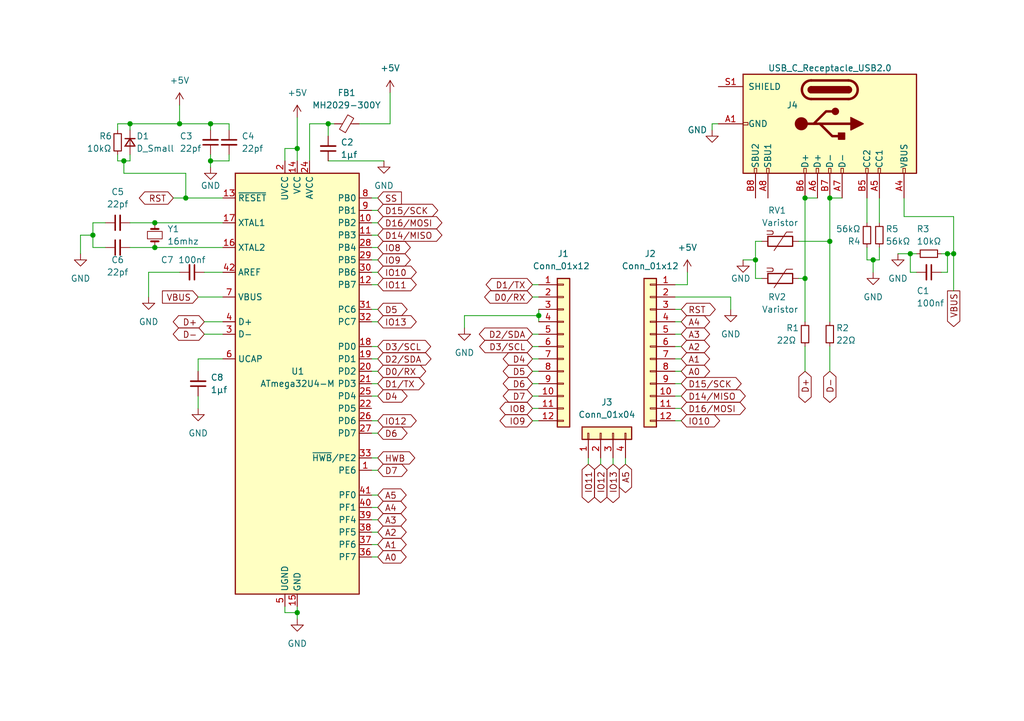
<source format=kicad_sch>
(kicad_sch (version 20211123) (generator eeschema)
  (paper "A5")
  (title_block (title "\"Pro Tiny\"") (date "2022-10-26"))
  (lib_symbols
    (symbol "Connector:USB_C_Receptacle_USB2.0" (pin_names (offset 1.016))
      (property "Reference" "J" (at -10.16 19.05 0))
      (property "Value" "USB_C_Receptacle_USB2.0" (at 19.05 19.05 0))
      (symbol "USB_C_Receptacle_USB2.0_0_0"
        (rectangle (start -0.254 -17.78) (end 0.254 -16.764))
        (rectangle (start 10.16 -14.986) (end 9.144 -15.494))
        (rectangle (start 10.16 -12.446) (end 9.144 -12.954))
        (rectangle (start 10.16 -4.826) (end 9.144 -5.334))
        (rectangle (start 10.16 -2.286) (end 9.144 -2.794))
        (rectangle (start 10.16 0.254) (end 9.144 -0.254))
        (rectangle (start 10.16 2.794) (end 9.144 2.286))
        (rectangle (start 10.16 7.874) (end 9.144 7.366))
        (rectangle (start 10.16 10.414) (end 9.144 9.906))
        (rectangle (start 10.16 15.494) (end 9.144 14.986))
      )
      (symbol "USB_C_Receptacle_USB2.0_0_1"
        (rectangle (start -10.16 17.78) (end 10.16 -17.78) (stroke (width 0.254)) (fill (type background)))
        (arc (start -8.89 -3.81) (mid -6.985 -5.715) (end -5.08 -3.81) (stroke (width 0.508)))
        (arc (start -7.62 -3.81) (mid -6.985 -4.445) (end -6.35 -3.81) (stroke (width 0.254)))
        (arc (start -7.62 -3.81) (mid -6.985 -4.445) (end -6.35 -3.81) (stroke (width 0.254)) (fill (type outline)))
        (rectangle (start -7.62 -3.81) (end -6.35 3.81) (stroke (width 0.254)) (fill (type outline)))
        (arc (start -6.35 3.81) (mid -6.985 4.445) (end -7.62 3.81) (stroke (width 0.254)))
        (arc (start -6.35 3.81) (mid -6.985 4.445) (end -7.62 3.81) (stroke (width 0.254)) (fill (type outline)))
        (arc (start -5.08 3.81) (mid -6.985 5.715) (end -8.89 3.81) (stroke (width 0.508)))
        (circle (center -2.54 1.143) (radius 0.635) (stroke (width 0.254)) (fill (type outline)))
        (circle (center 0 -5.842) (radius 1.27) (fill (type outline)))
        (polyline (pts (xy -8.89 -3.81) (xy -8.89 3.81)) (stroke (width 0.508)))
        (polyline (pts (xy -5.08 3.81) (xy -5.08 -3.81)) (stroke (width 0.508)))
        (polyline (pts (xy 0 -5.842) (xy 0 4.318)) (stroke (width 0.508)))
        (polyline (pts (xy 0 -3.302) (xy -2.54 -0.762) (xy -2.54 0.508)) (stroke (width 0.508)))
        (polyline (pts (xy 0 -2.032) (xy 2.54 0.508) (xy 2.54 1.778)) (stroke (width 0.508)))
        (polyline (pts (xy -1.27 4.318) (xy 0 6.858) (xy 1.27 4.318) (xy -1.27 4.318)) (stroke (width 0.254)) (fill (type outline)))
        (rectangle (start 1.905 1.778) (end 3.175 3.048) (stroke (width 0.254)) (fill (type outline)))
      )
      (symbol "USB_C_Receptacle_USB2.0_1_1"
        (pin passive line (at 0 -22.86 90) (length 5.08) (name "GND") (number "A1"))
        (pin passive line (at 0 -22.86 90) (length 5.08) hide (name "GND") (number "A12"))
        (pin passive line (at 15.24 15.24 180) (length 5.08) (name "VBUS") (number "A4"))
        (pin bidirectional line (at 15.24 10.16 180) (length 5.08) (name "CC1") (number "A5"))
        (pin bidirectional line (at 15.24 -2.54 180) (length 5.08) (name "D+") (number "A6"))
        (pin bidirectional line (at 15.24 2.54 180) (length 5.08) (name "D-") (number "A7"))
        (pin bidirectional line (at 15.24 -12.7 180) (length 5.08) (name "SBU1") (number "A8"))
        (pin passive line (at 15.24 15.24 180) (length 5.08) hide (name "VBUS") (number "A9"))
        (pin passive line (at 0 -22.86 90) (length 5.08) hide (name "GND") (number "B1"))
        (pin passive line (at 0 -22.86 90) (length 5.08) hide (name "GND") (number "B12"))
        (pin passive line (at 15.24 15.24 180) (length 5.08) hide (name "VBUS") (number "B4"))
        (pin bidirectional line (at 15.24 7.62 180) (length 5.08) (name "CC2") (number "B5"))
        (pin bidirectional line (at 15.24 -5.08 180) (length 5.08) (name "D+") (number "B6"))
        (pin bidirectional line (at 15.24 0 180) (length 5.08) (name "D-") (number "B7"))
        (pin bidirectional line (at 15.24 -15.24 180) (length 5.08) (name "SBU2") (number "B8"))
        (pin passive line (at 15.24 15.24 180) (length 5.08) hide (name "VBUS") (number "B9"))
        (pin passive line (at -7.62 -22.86 90) (length 5.08) (name "SHIELD") (number "S1"))
      )
    )
    (symbol "Connector_Generic:Conn_01x04" (pin_names (offset 1.016) hide)
      (property "Reference" "J" (at 0 5.08 0))
      (property "Value" "Conn_01x04" (at 0 -7.62 0))
      (symbol "Conn_01x04_1_1"
        (rectangle (start -1.27 -4.953) (end 0 -5.207) (stroke (width 0.1524)))
        (rectangle (start -1.27 -2.413) (end 0 -2.667) (stroke (width 0.1524)))
        (rectangle (start -1.27 0.127) (end 0 -0.127) (stroke (width 0.1524)))
        (rectangle (start -1.27 2.667) (end 0 2.413) (stroke (width 0.1524)))
        (rectangle (start -1.27 3.81) (end 1.27 -6.35) (stroke (width 0.254)) (fill (type background)))
        (pin passive line (at -5.08 2.54 0) (length 3.81) (name "Pin_1") (number "1"))
        (pin passive line (at -5.08 0 0) (length 3.81) (name "Pin_2") (number "2"))
        (pin passive line (at -5.08 -2.54 0) (length 3.81) (name "Pin_3") (number "3"))
        (pin passive line (at -5.08 -5.08 0) (length 3.81) (name "Pin_4") (number "4"))
      )
    )
    (symbol "Connector_Generic:Conn_01x12" (pin_names (offset 1.016) hide)
      (property "Reference" "J" (at 0 15.24 0))
      (property "Value" "Conn_01x12" (at 0 -17.78 0))
      (symbol "Conn_01x12_1_1"
        (rectangle (start -1.27 -15.113) (end 0 -15.367) (stroke (width 0.1524)))
        (rectangle (start -1.27 -12.573) (end 0 -12.827) (stroke (width 0.1524)))
        (rectangle (start -1.27 -10.033) (end 0 -10.287) (stroke (width 0.1524)))
        (rectangle (start -1.27 -7.493) (end 0 -7.747) (stroke (width 0.1524)))
        (rectangle (start -1.27 -4.953) (end 0 -5.207) (stroke (width 0.1524)))
        (rectangle (start -1.27 -2.413) (end 0 -2.667) (stroke (width 0.1524)))
        (rectangle (start -1.27 0.127) (end 0 -0.127) (stroke (width 0.1524)))
        (rectangle (start -1.27 2.667) (end 0 2.413) (stroke (width 0.1524)))
        (rectangle (start -1.27 5.207) (end 0 4.953) (stroke (width 0.1524)))
        (rectangle (start -1.27 7.747) (end 0 7.493) (stroke (width 0.1524)))
        (rectangle (start -1.27 10.287) (end 0 10.033) (stroke (width 0.1524)))
        (rectangle (start -1.27 12.827) (end 0 12.573) (stroke (width 0.1524)))
        (rectangle (start -1.27 13.97) (end 1.27 -16.51) (stroke (width 0.254)) (fill (type background)))
        (pin passive line (at -5.08 12.7 0) (length 3.81) (name "Pin_1") (number "1"))
        (pin passive line (at -5.08 -10.16 0) (length 3.81) (name "Pin_10") (number "10"))
        (pin passive line (at -5.08 -12.7 0) (length 3.81) (name "Pin_11") (number "11"))
        (pin passive line (at -5.08 -15.24 0) (length 3.81) (name "Pin_12") (number "12"))
        (pin passive line (at -5.08 10.16 0) (length 3.81) (name "Pin_2") (number "2"))
        (pin passive line (at -5.08 7.62 0) (length 3.81) (name "Pin_3") (number "3"))
        (pin passive line (at -5.08 5.08 0) (length 3.81) (name "Pin_4") (number "4"))
        (pin passive line (at -5.08 2.54 0) (length 3.81) (name "Pin_5") (number "5"))
        (pin passive line (at -5.08 0 0) (length 3.81) (name "Pin_6") (number "6"))
        (pin passive line (at -5.08 -2.54 0) (length 3.81) (name "Pin_7") (number "7"))
        (pin passive line (at -5.08 -5.08 0) (length 3.81) (name "Pin_8") (number "8"))
        (pin passive line (at -5.08 -7.62 0) (length 3.81) (name "Pin_9") (number "9"))
      )
    )
    (symbol "Device:C_Small" (pin_numbers hide) (pin_names (offset 0.254) hide)
      (property "Reference" "C" (at 0.254 1.778 0))
      (property "Value" "C_Small" (at 0.254 -2.032 0))
      (symbol "C_Small_0_1"
        (polyline (pts (xy -1.524 -0.508) (xy 1.524 -0.508)) (stroke (width 0.3302)))
        (polyline (pts (xy -1.524 0.508) (xy 1.524 0.508)) (stroke (width 0.3048)))
      )
      (symbol "C_Small_1_1"
        (pin passive line (at 0 2.54 270) (length 2.032) (name "~") (number "1"))
        (pin passive line (at 0 -2.54 90) (length 2.032) (name "~") (number "2"))
      )
    )
    (symbol "Device:Crystal_Small" (pin_numbers hide) (pin_names (offset 1.016) hide)
      (property "Reference" "Y" (at 0 2.54 0))
      (property "Value" "Crystal_Small" (at 0 -2.54 0))
      (symbol "Crystal_Small_0_1"
        (rectangle (start -0.762 -1.524) (end 0.762 1.524))
        (polyline (pts (xy -1.27 -0.762) (xy -1.27 0.762)) (stroke (width 0.381)))
        (polyline (pts (xy 1.27 -0.762) (xy 1.27 0.762)) (stroke (width 0.381)))
      )
      (symbol "Crystal_Small_1_1"
        (pin passive line (at -2.54 0 0) (length 1.27) (name "1") (number "1"))
        (pin passive line (at 2.54 0 180) (length 1.27) (name "2") (number "2"))
      )
    )
    (symbol "Device:D_Small" (pin_numbers hide) (pin_names (offset 0.254) hide)
      (property "Reference" "D" (at -1.27 2.032 0))
      (property "Value" "D_Small" (at -3.81 -2.032 0))
      (symbol "D_Small_0_1"
        (polyline (pts (xy -0.762 -1.016) (xy -0.762 1.016)) (stroke (width 0.254)))
        (polyline (pts (xy -0.762 0) (xy 0.762 0)))
        (polyline (pts (xy 0.762 -1.016) (xy -0.762 0) (xy 0.762 1.016) (xy 0.762 -1.016)) (stroke (width 0.254)))
      )
      (symbol "D_Small_1_1"
        (pin passive line (at -2.54 0 0) (length 1.778) (name "K") (number "1"))
        (pin passive line (at 2.54 0 180) (length 1.778) (name "A") (number "2"))
      )
    )
    (symbol "Device:FerriteBead_Small" (pin_numbers hide) (pin_names (offset 0))
      (property "Reference" "FB" (at 1.905 1.27 0))
      (property "Value" "FerriteBead_Small" (at 1.905 -1.27 0))
      (symbol "FerriteBead_Small_0_1"
        (polyline (pts (xy 0 -1.27) (xy 0 -0.7874)))
        (polyline (pts (xy 0 0.889) (xy 0 1.2954)))
        (polyline (pts (xy -1.8288 0.2794) (xy -1.1176 1.4986) (xy 1.8288 -0.2032) (xy 1.1176 -1.4224) (xy -1.8288 0.2794)))
      )
      (symbol "FerriteBead_Small_1_1"
        (pin passive line (at 0 2.54 270) (length 1.27) (name "~") (number "1"))
        (pin passive line (at 0 -2.54 90) (length 1.27) (name "~") (number "2"))
      )
    )
    (symbol "Device:R_Small" (pin_numbers hide) (pin_names (offset 0.254) hide)
      (property "Reference" "R" (at 0.762 0.508 0))
      (property "Value" "R_Small" (at 0.762 -1.016 0))
      (symbol "R_Small_0_1"
        (rectangle (start -0.762 1.778) (end 0.762 -1.778) (stroke (width 0.2032)))
      )
      (symbol "R_Small_1_1"
        (pin passive line (at 0 2.54 270) (length 0.762) (name "~") (number "1"))
        (pin passive line (at 0 -2.54 90) (length 0.762) (name "~") (number "2"))
      )
    )
    (symbol "Device:Varistor" (pin_numbers hide) (pin_names (offset 0))
      (property "Reference" "RV" (at 3.175 0 90))
      (property "Value" "Varistor" (at -3.175 0 90))
      (symbol "Varistor_0_0"
        (text "U" (at -1.778 -2.032 0) (effects (font (size 1.27 1.27))))
      )
      (symbol "Varistor_0_1"
        (rectangle (start -1.016 -2.54) (end 1.016 2.54) (stroke (width 0.254)))
        (polyline (pts (xy -1.905 2.54) (xy -1.905 1.27) (xy 1.905 -1.27)))
      )
      (symbol "Varistor_1_1"
        (pin passive line (at 0 3.81 270) (length 1.27) (name "~") (number "1"))
        (pin passive line (at 0 -3.81 90) (length 1.27) (name "~") (number "2"))
      )
    )
    (symbol "MCU_Microchip_ATmega:ATmega32U4-M"
      (property "Reference" "U" (at -12.7 44.45 0))
      (property "Value" "ATmega32U4-M" (at 2.54 -44.45 0))
      (symbol "ATmega32U4-M_0_1"
        (rectangle (start -12.7 -43.18) (end 12.7 43.18) (stroke (width 0.254)) (fill (type background)))
      )
      (symbol "ATmega32U4-M_1_1"
        (pin bidirectional line (at 15.24 -17.78 180) (length 2.54) (name "PE6") (number "1"))
        (pin bidirectional line (at 15.24 33.02 180) (length 2.54) (name "PB2") (number "10"))
        (pin bidirectional line (at 15.24 30.48 180) (length 2.54) (name "PB3") (number "11"))
        (pin bidirectional line (at 15.24 20.32 180) (length 2.54) (name "PB7") (number "12"))
        (pin input line (at -15.24 38.1 0) (length 2.54) (name "~{RESET}") (number "13"))
        (pin power_in line (at 0 45.72 270) (length 2.54) (name "VCC") (number "14"))
        (pin power_in line (at 0 -45.72 90) (length 2.54) (name "GND") (number "15"))
        (pin output line (at -15.24 27.94 0) (length 2.54) (name "XTAL2") (number "16"))
        (pin input line (at -15.24 33.02 0) (length 2.54) (name "XTAL1") (number "17"))
        (pin bidirectional line (at 15.24 7.62 180) (length 2.54) (name "PD0") (number "18"))
        (pin bidirectional line (at 15.24 5.08 180) (length 2.54) (name "PD1") (number "19"))
        (pin power_in line (at -2.54 45.72 270) (length 2.54) (name "UVCC") (number "2"))
        (pin bidirectional line (at 15.24 2.54 180) (length 2.54) (name "PD2") (number "20"))
        (pin bidirectional line (at 15.24 0 180) (length 2.54) (name "PD3") (number "21"))
        (pin bidirectional line (at 15.24 -5.08 180) (length 2.54) (name "PD5") (number "22"))
        (pin passive line (at 0 -45.72 90) (length 2.54) hide (name "GND") (number "23"))
        (pin power_in line (at 2.54 45.72 270) (length 2.54) (name "AVCC") (number "24"))
        (pin bidirectional line (at 15.24 -2.54 180) (length 2.54) (name "PD4") (number "25"))
        (pin bidirectional line (at 15.24 -7.62 180) (length 2.54) (name "PD6") (number "26"))
        (pin bidirectional line (at 15.24 -10.16 180) (length 2.54) (name "PD7") (number "27"))
        (pin bidirectional line (at 15.24 27.94 180) (length 2.54) (name "PB4") (number "28"))
        (pin bidirectional line (at 15.24 25.4 180) (length 2.54) (name "PB5") (number "29"))
        (pin bidirectional line (at -15.24 10.16 0) (length 2.54) (name "D-") (number "3"))
        (pin bidirectional line (at 15.24 22.86 180) (length 2.54) (name "PB6") (number "30"))
        (pin bidirectional line (at 15.24 15.24 180) (length 2.54) (name "PC6") (number "31"))
        (pin bidirectional line (at 15.24 12.7 180) (length 2.54) (name "PC7") (number "32"))
        (pin bidirectional line (at 15.24 -15.24 180) (length 2.54) (name "~{HWB}/PE2") (number "33"))
        (pin passive line (at 0 45.72 270) (length 2.54) hide (name "VCC") (number "34"))
        (pin passive line (at 0 -45.72 90) (length 2.54) hide (name "GND") (number "35"))
        (pin bidirectional line (at 15.24 -35.56 180) (length 2.54) (name "PF7") (number "36"))
        (pin bidirectional line (at 15.24 -33.02 180) (length 2.54) (name "PF6") (number "37"))
        (pin bidirectional line (at 15.24 -30.48 180) (length 2.54) (name "PF5") (number "38"))
        (pin bidirectional line (at 15.24 -27.94 180) (length 2.54) (name "PF4") (number "39"))
        (pin bidirectional line (at -15.24 12.7 0) (length 2.54) (name "D+") (number "4"))
        (pin bidirectional line (at 15.24 -25.4 180) (length 2.54) (name "PF1") (number "40"))
        (pin bidirectional line (at 15.24 -22.86 180) (length 2.54) (name "PF0") (number "41"))
        (pin passive line (at -15.24 22.86 0) (length 2.54) (name "AREF") (number "42"))
        (pin passive line (at 0 -45.72 90) (length 2.54) hide (name "GND") (number "43"))
        (pin passive line (at 2.54 45.72 270) (length 2.54) hide (name "AVCC") (number "44"))
        (pin passive line (at 0 -45.72 90) (length 2.54) hide (name "GND") (number "45"))
        (pin passive line (at -2.54 -45.72 90) (length 2.54) (name "UGND") (number "5"))
        (pin passive line (at -15.24 5.08 0) (length 2.54) (name "UCAP") (number "6"))
        (pin input line (at -15.24 17.78 0) (length 2.54) (name "VBUS") (number "7"))
        (pin bidirectional line (at 15.24 38.1 180) (length 2.54) (name "PB0") (number "8"))
        (pin bidirectional line (at 15.24 35.56 180) (length 2.54) (name "PB1") (number "9"))
      )
    )
    (symbol "power:+5V" (power) (pin_names (offset 0))
      (property "Value" "+5V" (at 0 3.556 0))
      (symbol "+5V_0_1"
        (polyline (pts (xy -0.762 1.27) (xy 0 2.54)))
        (polyline (pts (xy 0 0) (xy 0 2.54)))
        (polyline (pts (xy 0 2.54) (xy 0.762 1.27)))
      )
      (symbol "+5V_1_1"
        (pin power_in line (at 0 0 90) (length 0) hide (name "+5V") (number "1"))
      )
    )
    (symbol "power:GND" (power) (pin_names (offset 0))
      (property "Value" "GND" (at 0 -3.81 0))
      (symbol "GND_0_1"
        (polyline (pts (xy 0 0) (xy 0 -1.27) (xy 1.27 -1.27) (xy 0 -2.54) (xy -1.27 -1.27) (xy 0 -1.27)))
      )
      (symbol "GND_1_1"
        (pin power_in line (at 0 0 270) (length 0) hide (name "GND") (number "1"))
      )
    )
  )
  (junction (at 31.75 45.72))
  (junction (at 170.18 49.53))
  (junction (at 25.4 33.02))
  (junction (at 26.67 25.4))
  (junction (at 165.1 40.64))
  (junction (at 170.18 40.64))
  (junction (at 60.96 30.48))
  (junction (at 110.49 64.77))
  (junction (at 43.18 25.4))
  (junction (at 165.1 57.15))
  (junction (at 195.58 52.07))
  (junction (at 194.31 52.07))
  (junction (at 154.94 53.34))
  (junction (at 36.83 25.4))
  (junction (at 179.07 53.34))
  (junction (at 38.1 40.64))
  (junction (at 31.75 50.8))
  (junction (at 186.69 52.07))
  (junction (at 60.96 125.73))
  (junction (at 43.18 33.02))
  (junction (at 67.31 25.4))
  (junction (at 19.05 48.26))
  (wire (pts (xy 177.8 50.8) (xy 177.8 53.34)))
  (wire (pts (xy 41.91 66.04) (xy 45.72 66.04)))
  (wire (pts (xy 46.99 26.67) (xy 46.99 25.4)))
  (wire (pts (xy 30.48 55.88) (xy 36.83 55.88)))
  (wire (pts (xy 154.94 53.34) (xy 154.94 49.53)))
  (wire (pts (xy 19.05 48.26) (xy 19.05 50.8)))
  (wire (pts (xy 109.22 60.96) (xy 110.49 60.96)))
  (wire (pts (xy 67.31 33.02) (xy 78.74 33.02)))
  (wire (pts (xy 128.27 93.98) (xy 128.27 95.25)))
  (wire (pts (xy 76.2 53.34) (xy 77.47 53.34)))
  (wire (pts (xy 76.2 43.18) (xy 77.47 43.18)))
  (wire (pts (xy 76.2 73.66) (xy 77.47 73.66)))
  (wire (pts (xy 195.58 59.69) (xy 195.58 52.07)))
  (wire (pts (xy 140.97 58.42) (xy 140.97 55.88)))
  (wire (pts (xy 194.31 55.88) (xy 194.31 52.07)))
  (wire (pts (xy 63.5 25.4) (xy 63.5 33.02)))
  (wire (pts (xy 40.64 81.28) (xy 40.64 83.82)))
  (wire (pts (xy 109.22 86.36) (xy 110.49 86.36)))
  (wire (pts (xy 76.2 78.74) (xy 77.47 78.74)))
  (wire (pts (xy 31.75 50.8) (xy 45.72 50.8)))
  (wire (pts (xy 63.5 25.4) (xy 67.31 25.4)))
  (wire (pts (xy 26.67 50.8) (xy 31.75 50.8)))
  (wire (pts (xy 76.2 58.42) (xy 77.47 58.42)))
  (wire (pts (xy 60.96 125.73) (xy 60.96 127)))
  (wire (pts (xy 43.18 33.02) (xy 43.18 31.75)))
  (wire (pts (xy 109.22 78.74) (xy 110.49 78.74)))
  (wire (pts (xy 76.2 93.98) (xy 77.47 93.98)))
  (wire (pts (xy 40.64 73.66) (xy 45.72 73.66)))
  (wire (pts (xy 58.42 33.02) (xy 58.42 30.48)))
  (wire (pts (xy 138.43 83.82) (xy 139.7 83.82)))
  (wire (pts (xy 110.49 63.5) (xy 110.49 64.77)))
  (wire (pts (xy 24.13 25.4) (xy 26.67 25.4)))
  (wire (pts (xy 76.2 109.22) (xy 77.47 109.22)))
  (wire (pts (xy 177.8 53.34) (xy 179.07 53.34)))
  (wire (pts (xy 76.2 63.5) (xy 77.47 63.5)))
  (wire (pts (xy 170.18 40.64) (xy 170.18 49.53)))
  (wire (pts (xy 41.91 55.88) (xy 45.72 55.88)))
  (wire (pts (xy 123.19 93.98) (xy 123.19 95.25)))
  (wire (pts (xy 19.05 50.8) (xy 21.59 50.8)))
  (wire (pts (xy 138.43 60.96) (xy 149.86 60.96)))
  (wire (pts (xy 80.01 25.4) (xy 73.66 25.4)))
  (wire (pts (xy 76.2 104.14) (xy 77.47 104.14)))
  (wire (pts (xy 76.2 88.9) (xy 77.47 88.9)))
  (wire (pts (xy 43.18 33.02) (xy 43.18 34.29)))
  (wire (pts (xy 109.22 76.2) (xy 110.49 76.2)))
  (wire (pts (xy 46.99 31.75) (xy 46.99 33.02)))
  (wire (pts (xy 165.1 57.15) (xy 165.1 40.64)))
  (wire (pts (xy 58.42 30.48) (xy 60.96 30.48)))
  (wire (pts (xy 19.05 45.72) (xy 19.05 48.26)))
  (wire (pts (xy 138.43 63.5) (xy 139.7 63.5)))
  (wire (pts (xy 138.43 73.66) (xy 139.7 73.66)))
  (wire (pts (xy 76.2 106.68) (xy 77.47 106.68)))
  (wire (pts (xy 76.2 111.76) (xy 77.47 111.76)))
  (wire (pts (xy 31.75 45.72) (xy 45.72 45.72)))
  (wire (pts (xy 177.8 40.64) (xy 177.8 45.72)))
  (wire (pts (xy 149.86 60.96) (xy 149.86 63.5)))
  (wire (pts (xy 154.94 49.53) (xy 156.21 49.53)))
  (wire (pts (xy 38.1 40.64) (xy 38.1 35.56)))
  (wire (pts (xy 95.25 64.77) (xy 110.49 64.77)))
  (wire (pts (xy 26.67 33.02) (xy 25.4 33.02)))
  (wire (pts (xy 138.43 71.12) (xy 139.7 71.12)))
  (wire (pts (xy 26.67 25.4) (xy 36.83 25.4)))
  (wire (pts (xy 26.67 25.4) (xy 26.67 26.67)))
  (wire (pts (xy 16.51 52.07) (xy 16.51 48.26)))
  (wire (pts (xy 195.58 52.07) (xy 194.31 52.07)))
  (wire (pts (xy 146.05 25.4) (xy 146.05 26.67)))
  (wire (pts (xy 179.07 53.34) (xy 179.07 55.88)))
  (wire (pts (xy 110.49 64.77) (xy 110.49 66.04)))
  (wire (pts (xy 170.18 40.64) (xy 172.72 40.64)))
  (wire (pts (xy 165.1 71.12) (xy 165.1 76.2)))
  (wire (pts (xy 109.22 83.82) (xy 110.49 83.82)))
  (wire (pts (xy 46.99 33.02) (xy 43.18 33.02)))
  (wire (pts (xy 154.94 57.15) (xy 154.94 53.34)))
  (wire (pts (xy 163.83 57.15) (xy 165.1 57.15)))
  (wire (pts (xy 76.2 86.36) (xy 77.47 86.36)))
  (wire (pts (xy 120.65 93.98) (xy 120.65 95.25)))
  (wire (pts (xy 193.04 55.88) (xy 194.31 55.88)))
  (wire (pts (xy 95.25 67.31) (xy 95.25 64.77)))
  (wire (pts (xy 186.69 55.88) (xy 187.96 55.88)))
  (wire (pts (xy 186.69 52.07) (xy 186.69 55.88)))
  (wire (pts (xy 125.73 93.98) (xy 125.73 95.25)))
  (wire (pts (xy 194.31 52.07) (xy 193.04 52.07)))
  (wire (pts (xy 30.48 60.96) (xy 30.48 55.88)))
  (wire (pts (xy 109.22 81.28) (xy 110.49 81.28)))
  (wire (pts (xy 67.31 25.4) (xy 68.58 25.4)))
  (wire (pts (xy 25.4 35.56) (xy 25.4 33.02)))
  (wire (pts (xy 165.1 40.64) (xy 167.64 40.64)))
  (wire (pts (xy 180.34 50.8) (xy 180.34 53.34)))
  (wire (pts (xy 138.43 78.74) (xy 139.7 78.74)))
  (wire (pts (xy 76.2 66.04) (xy 77.47 66.04)))
  (wire (pts (xy 35.56 40.64) (xy 38.1 40.64)))
  (wire (pts (xy 185.42 40.64) (xy 185.42 44.45)))
  (wire (pts (xy 76.2 55.88) (xy 77.47 55.88)))
  (wire (pts (xy 76.2 76.2) (xy 77.47 76.2)))
  (wire (pts (xy 109.22 68.58) (xy 110.49 68.58)))
  (wire (pts (xy 170.18 71.12) (xy 170.18 76.2)))
  (wire (pts (xy 24.13 26.67) (xy 24.13 25.4)))
  (wire (pts (xy 109.22 73.66) (xy 110.49 73.66)))
  (wire (pts (xy 60.96 125.73) (xy 58.42 125.73)))
  (wire (pts (xy 156.21 57.15) (xy 154.94 57.15)))
  (wire (pts (xy 38.1 40.64) (xy 45.72 40.64)))
  (wire (pts (xy 109.22 71.12) (xy 110.49 71.12)))
  (wire (pts (xy 41.91 68.58) (xy 45.72 68.58)))
  (wire (pts (xy 60.96 24.13) (xy 60.96 30.48)))
  (wire (pts (xy 195.58 44.45) (xy 185.42 44.45)))
  (wire (pts (xy 16.51 48.26) (xy 19.05 48.26)))
  (wire (pts (xy 76.2 101.6) (xy 77.47 101.6)))
  (wire (pts (xy 76.2 71.12) (xy 77.47 71.12)))
  (wire (pts (xy 76.2 50.8) (xy 77.47 50.8)))
  (wire (pts (xy 179.07 53.34) (xy 180.34 53.34)))
  (wire (pts (xy 165.1 57.15) (xy 165.1 66.04)))
  (wire (pts (xy 154.94 53.34) (xy 152.4 53.34)))
  (wire (pts (xy 26.67 45.72) (xy 31.75 45.72)))
  (wire (pts (xy 58.42 125.73) (xy 58.42 124.46)))
  (wire (pts (xy 24.13 33.02) (xy 24.13 31.75)))
  (wire (pts (xy 25.4 33.02) (xy 24.13 33.02)))
  (wire (pts (xy 138.43 86.36) (xy 139.7 86.36)))
  (wire (pts (xy 46.99 25.4) (xy 43.18 25.4)))
  (wire (pts (xy 36.83 25.4) (xy 43.18 25.4)))
  (wire (pts (xy 180.34 40.64) (xy 180.34 45.72)))
  (wire (pts (xy 67.31 25.4) (xy 67.31 27.94)))
  (wire (pts (xy 186.69 52.07) (xy 184.15 52.07)))
  (wire (pts (xy 40.64 60.96) (xy 45.72 60.96)))
  (wire (pts (xy 38.1 35.56) (xy 25.4 35.56)))
  (wire (pts (xy 76.2 114.3) (xy 77.47 114.3)))
  (wire (pts (xy 138.43 81.28) (xy 139.7 81.28)))
  (wire (pts (xy 40.64 76.2) (xy 40.64 73.66)))
  (wire (pts (xy 76.2 45.72) (xy 77.47 45.72)))
  (wire (pts (xy 76.2 81.28) (xy 77.47 81.28)))
  (wire (pts (xy 80.01 19.05) (xy 80.01 25.4)))
  (wire (pts (xy 21.59 45.72) (xy 19.05 45.72)))
  (wire (pts (xy 76.2 40.64) (xy 77.47 40.64)))
  (wire (pts (xy 36.83 25.4) (xy 36.83 21.59)))
  (wire (pts (xy 138.43 68.58) (xy 139.7 68.58)))
  (wire (pts (xy 170.18 49.53) (xy 170.18 66.04)))
  (wire (pts (xy 195.58 44.45) (xy 195.58 52.07)))
  (wire (pts (xy 170.18 49.53) (xy 163.83 49.53)))
  (wire (pts (xy 187.96 52.07) (xy 186.69 52.07)))
  (wire (pts (xy 43.18 25.4) (xy 43.18 26.67)))
  (wire (pts (xy 138.43 66.04) (xy 139.7 66.04)))
  (wire (pts (xy 138.43 76.2) (xy 139.7 76.2)))
  (wire (pts (xy 26.67 31.75) (xy 26.67 33.02)))
  (wire (pts (xy 138.43 58.42) (xy 140.97 58.42)))
  (wire (pts (xy 147.32 25.4) (xy 146.05 25.4)))
  (wire (pts (xy 76.2 48.26) (xy 77.47 48.26)))
  (wire (pts (xy 76.2 96.52) (xy 77.47 96.52)))
  (wire (pts (xy 60.96 30.48) (xy 60.96 33.02)))
  (wire (pts (xy 60.96 124.46) (xy 60.96 125.73)))
  (wire (pts (xy 109.22 58.42) (xy 110.49 58.42)))
  (global_label "D16{slash}MOSI" (shape bidirectional) (at 139.7 83.82 0) (property "Intersheet References" "${INTERSHEET_REFS}" (effects hide)))
  (global_label "SS" (shape input) (at 77.47 40.64 0) (property "Intersheet References" "${INTERSHEET_REFS}" (effects hide)))
  (global_label "A0" (shape bidirectional) (at 139.7 76.2 0) (property "Intersheet References" "${INTERSHEET_REFS}" (effects hide)))
  (global_label "RST" (shape bidirectional) (at 35.56 40.64 180) (property "Intersheet References" "${INTERSHEET_REFS}" (effects hide)))
  (global_label "D5" (shape bidirectional) (at 109.22 76.2 180) (property "Intersheet References" "${INTERSHEET_REFS}" (effects hide)))
  (global_label "IO10" (shape bidirectional) (at 139.7 86.36 0) (property "Intersheet References" "${INTERSHEET_REFS}" (effects hide)))
  (global_label "D5" (shape bidirectional) (at 77.47 63.5 0) (property "Intersheet References" "${INTERSHEET_REFS}" (effects hide)))
  (global_label "D14{slash}MISO" (shape bidirectional) (at 77.47 48.26 0) (property "Intersheet References" "${INTERSHEET_REFS}" (effects hide)))
  (global_label "D4" (shape bidirectional) (at 77.47 81.28 0) (property "Intersheet References" "${INTERSHEET_REFS}" (effects hide)))
  (global_label "A5" (shape bidirectional) (at 128.27 95.25 270) (property "Intersheet References" "${INTERSHEET_REFS}" (effects hide)))
  (global_label "D15{slash}SCK" (shape bidirectional) (at 139.7 78.74 0) (property "Intersheet References" "${INTERSHEET_REFS}" (effects hide)))
  (global_label "D1{slash}TX" (shape bidirectional) (at 77.47 78.74 0) (property "Intersheet References" "${INTERSHEET_REFS}" (effects hide)))
  (global_label "IO8" (shape bidirectional) (at 77.47 50.8 0) (property "Intersheet References" "${INTERSHEET_REFS}" (effects hide)))
  (global_label "D6" (shape bidirectional) (at 77.47 88.9 0) (property "Intersheet References" "${INTERSHEET_REFS}" (effects hide)))
  (global_label "D14{slash}MISO" (shape bidirectional) (at 139.7 81.28 0) (property "Intersheet References" "${INTERSHEET_REFS}" (effects hide)))
  (global_label "D16{slash}MOSI" (shape bidirectional) (at 77.47 45.72 0) (property "Intersheet References" "${INTERSHEET_REFS}" (effects hide)))
  (global_label "D6" (shape bidirectional) (at 109.22 78.74 180) (property "Intersheet References" "${INTERSHEET_REFS}" (effects hide)))
  (global_label "D-" (shape bidirectional) (at 41.91 68.58 180) (property "Intersheet References" "${INTERSHEET_REFS}" (effects hide)))
  (global_label "HWB" (shape bidirectional) (at 77.47 93.98 0) (property "Intersheet References" "${INTERSHEET_REFS}" (effects hide)))
  (global_label "IO12" (shape bidirectional) (at 123.19 95.25 270) (property "Intersheet References" "${INTERSHEET_REFS}" (effects hide)))
  (global_label "D7" (shape bidirectional) (at 109.22 81.28 180) (property "Intersheet References" "${INTERSHEET_REFS}" (effects hide)))
  (global_label "D1{slash}TX" (shape bidirectional) (at 109.22 58.42 180) (property "Intersheet References" "${INTERSHEET_REFS}" (effects hide)))
  (global_label "D7" (shape bidirectional) (at 77.47 96.52 0) (property "Intersheet References" "${INTERSHEET_REFS}" (effects hide)))
  (global_label "D2{slash}SDA" (shape bidirectional) (at 77.47 73.66 0) (property "Intersheet References" "${INTERSHEET_REFS}" (effects hide)))
  (global_label "A4" (shape bidirectional) (at 139.7 66.04 0) (property "Intersheet References" "${INTERSHEET_REFS}" (effects hide)))
  (global_label "A3" (shape bidirectional) (at 139.7 68.58 0) (property "Intersheet References" "${INTERSHEET_REFS}" (effects hide)))
  (global_label "D0{slash}RX" (shape bidirectional) (at 109.22 60.96 180) (property "Intersheet References" "${INTERSHEET_REFS}" (effects hide)))
  (global_label "A2" (shape bidirectional) (at 77.47 109.22 0) (property "Intersheet References" "${INTERSHEET_REFS}" (effects hide)))
  (global_label "IO9" (shape bidirectional) (at 77.47 53.34 0) (property "Intersheet References" "${INTERSHEET_REFS}" (effects hide)))
  (global_label "IO13" (shape bidirectional) (at 77.47 66.04 0) (property "Intersheet References" "${INTERSHEET_REFS}" (effects hide)))
  (global_label "IO12" (shape bidirectional) (at 77.47 86.36 0) (property "Intersheet References" "${INTERSHEET_REFS}" (effects hide)))
  (global_label "IO9" (shape bidirectional) (at 109.22 86.36 180) (property "Intersheet References" "${INTERSHEET_REFS}" (effects hide)))
  (global_label "D2{slash}SDA" (shape bidirectional) (at 109.22 68.58 180) (property "Intersheet References" "${INTERSHEET_REFS}" (effects hide)))
  (global_label "D4" (shape bidirectional) (at 109.22 73.66 180) (property "Intersheet References" "${INTERSHEET_REFS}" (effects hide)))
  (global_label "IO11" (shape bidirectional) (at 77.47 58.42 0) (property "Intersheet References" "${INTERSHEET_REFS}" (effects hide)))
  (global_label "D3{slash}SCL" (shape bidirectional) (at 77.47 71.12 0) (property "Intersheet References" "${INTERSHEET_REFS}" (effects hide)))
  (global_label "A1" (shape bidirectional) (at 139.7 73.66 0) (property "Intersheet References" "${INTERSHEET_REFS}" (effects hide)))
  (global_label "A4" (shape bidirectional) (at 77.47 104.14 0) (property "Intersheet References" "${INTERSHEET_REFS}" (effects hide)))
  (global_label "D0{slash}RX" (shape bidirectional) (at 77.47 76.2 0) (property "Intersheet References" "${INTERSHEET_REFS}" (effects hide)))
  (global_label "IO8" (shape bidirectional) (at 109.22 83.82 180) (property "Intersheet References" "${INTERSHEET_REFS}" (effects hide)))
  (global_label "D-" (shape bidirectional) (at 170.18 76.2 270) (property "Intersheet References" "${INTERSHEET_REFS}" (effects hide)))
  (global_label "VBUS" (shape output) (at 195.58 59.69 270) (property "Intersheet References" "${INTERSHEET_REFS}" (effects hide)))
  (global_label "RST" (shape bidirectional) (at 139.7 63.5 0) (property "Intersheet References" "${INTERSHEET_REFS}" (effects hide)))
  (global_label "A2" (shape bidirectional) (at 139.7 71.12 0) (property "Intersheet References" "${INTERSHEET_REFS}" (effects hide)))
  (global_label "A5" (shape bidirectional) (at 77.47 101.6 0) (property "Intersheet References" "${INTERSHEET_REFS}" (effects hide)))
  (global_label "D3{slash}SCL" (shape bidirectional) (at 109.22 71.12 180) (property "Intersheet References" "${INTERSHEET_REFS}" (effects hide)))
  (global_label "D+" (shape bidirectional) (at 165.1 76.2 270) (property "Intersheet References" "${INTERSHEET_REFS}" (effects hide)))
  (global_label "IO13" (shape bidirectional) (at 125.73 95.25 270) (property "Intersheet References" "${INTERSHEET_REFS}" (effects hide)))
  (global_label "A3" (shape bidirectional) (at 77.47 106.68 0) (property "Intersheet References" "${INTERSHEET_REFS}" (effects hide)))
  (global_label "IO10" (shape bidirectional) (at 77.47 55.88 0) (property "Intersheet References" "${INTERSHEET_REFS}" (effects hide)))
  (global_label "A1" (shape bidirectional) (at 77.47 111.76 0) (property "Intersheet References" "${INTERSHEET_REFS}" (effects hide)))
  (global_label "D15{slash}SCK" (shape bidirectional) (at 77.47 43.18 0) (property "Intersheet References" "${INTERSHEET_REFS}" (effects hide)))
  (global_label "A0" (shape bidirectional) (at 77.47 114.3 0) (property "Intersheet References" "${INTERSHEET_REFS}" (effects hide)))
  (global_label "VBUS" (shape input) (at 40.64 60.96 180) (property "Intersheet References" "${INTERSHEET_REFS}" (effects hide)))
  (global_label "D+" (shape bidirectional) (at 41.91 66.04 180) (property "Intersheet References" "${INTERSHEET_REFS}" (effects hide)))
  (global_label "IO11" (shape bidirectional) (at 120.65 95.25 270) (property "Intersheet References" "${INTERSHEET_REFS}" (effects hide)))
  (symbol (lib_id "Device:R_Small") (at 170.18 68.58 0) (unit 1)
    (property "Reference" "R2" (at 171.45 67.31 0) (effects (justify left)))
    (property "Value" "22Ω" (at 171.45 69.85 0) (effects (justify left)))
    (property "Footprint" "Resistor_SMD:R_0402_1005Metric" (effects hide))
  )
  (symbol (lib_id "Device:C_Small") (at 46.99 29.21 0) (unit 1)
    (property "Reference" "C4" (at 49.53 27.9462 0) (effects (justify left)))
    (property "Value" "22pf" (at 49.53 30.4862 0) (effects (justify left)))
    (property "Footprint" "Capacitor_SMD:C_0402_1005Metric" (effects hide))
  )
  (symbol (lib_id "power:+5V") (at 36.83 21.59 0) (unit 1)
    (property "Reference" "#PWR0114" (effects hide))
    (property "Value" "+5V" (at 36.83 16.51 0))
  )
  (symbol (lib_id "power:GND") (at 184.15 52.07 0) (unit 1)
    (property "Reference" "#PWR0117" (effects hide))
    (property "Value" "GND" (at 184.15 57.15 0))
  )
  (symbol (lib_id "Device:R_Small") (at 177.8 48.26 180) (unit 1)
    (property "Reference" "R4" (at 176.53 49.53 0) (effects (justify left)))
    (property "Value" "56kΩ" (at 176.53 46.99 0) (effects (justify left)))
    (property "Footprint" "Resistor_SMD:R_0402_1005Metric" (effects hide))
  )
  (symbol (lib_id "Device:R_Small") (at 190.5 52.07 90) (unit 1)
    (property "Reference" "R3" (at 187.96 46.99 90) (effects (justify right)))
    (property "Value" "10kΩ" (at 187.96 49.53 90) (effects (justify right)))
    (property "Footprint" "Resistor_SMD:R_0402_1005Metric" (effects hide))
  )
  (symbol (lib_id "Device:C_Small") (at 67.31 30.48 180) (unit 1)
    (property "Reference" "C2" (at 69.85 29.2035 0) (effects (justify right)))
    (property "Value" "1µf" (at 69.85 31.7435 0) (effects (justify right)))
    (property "Footprint" "Capacitor_SMD:C_0402_1005Metric" (effects hide))
  )
  (symbol (lib_id "Device:FerriteBead_Small") (at 71.12 25.4 90) (unit 1)
    (property "Reference" "FB1" (at 71.0819 19.05 90))
    (property "Value" "MH2029-300Y" (at 71.0819 21.59 90))
    (property "Footprint" "Resistor_SMD:R_0402_1005Metric" (effects hide))
  )
  (symbol (lib_id "Connector_Generic:Conn_01x04") (at 123.19 88.9 90) (unit 1)
    (property "Reference" "J3" (at 124.46 82.55 90))
    (property "Value" "Conn_01x04" (at 124.46 85.09 90))
    (property "Footprint" "Connector_PinHeader_1.27mm:PinHeader_1x04_P1.27mm_Vertical" (effects hide))
  )
  (symbol (lib_id "Device:C_Small") (at 43.18 29.21 180) (unit 1)
    (property "Reference" "C3" (at 36.83 27.94 0) (effects (justify right)))
    (property "Value" "22pf" (at 36.83 30.48 0) (effects (justify right)))
    (property "Footprint" "Capacitor_SMD:C_0402_1005Metric" (effects hide))
  )
  (symbol (lib_id "Connector_Generic:Conn_01x12") (at 133.35 71.12 0) (mirror y) (unit 1)
    (property "Reference" "J2" (at 133.35 52.07 0))
    (property "Value" "Conn_01x12" (at 133.35 54.61 0))
    (property "Footprint" "Connector_PinHeader_1.27mm:PinHeader_1x12_P1.27mm_Vertical" (effects hide))
  )
  (symbol (lib_id "power:+5V") (at 140.97 55.88 0) (unit 1)
    (property "Reference" "#PWR0107" (effects hide))
    (property "Value" "+5V" (at 140.97 50.8 0))
  )
  (symbol (lib_id "power:GND") (at 78.74 33.02 0) (unit 1)
    (property "Reference" "#PWR0102" (effects hide))
    (property "Value" "GND" (at 78.74 38.1 0))
  )
  (symbol (lib_id "Device:R_Small") (at 24.13 29.21 0) (unit 1)
    (property "Reference" "R6" (at 20.32 27.94 0) (effects (justify left)))
    (property "Value" "10kΩ" (at 17.78 30.48 0) (effects (justify left)))
    (property "Footprint" "Resistor_SMD:R_0402_1005Metric" (effects hide))
  )
  (symbol (lib_id "power:GND") (at 60.96 127 0) (unit 1)
    (property "Reference" "#PWR0112" (effects hide))
    (property "Value" "GND" (at 60.96 132.08 0))
  )
  (symbol (lib_id "Device:Crystal_Small") (at 31.75 48.26 90) (unit 1)
    (property "Reference" "Y1" (at 34.29 46.9899 90) (effects (justify right)))
    (property "Value" "16mhz" (at 34.29 49.5299 90) (effects (justify right)))
    (property "Footprint" "Crystal:Crystal_SMD_2016-4Pin_2.0x1.6mm" (effects hide))
  )
  (symbol (lib_id "power:GND") (at 149.86 63.5 0) (unit 1)
    (property "Reference" "#PWR0106" (effects hide))
    (property "Value" "GND" (at 149.86 68.58 0))
  )
  (symbol (lib_id "power:+5V") (at 60.96 24.13 0) (unit 1)
    (property "Reference" "#PWR0113" (effects hide))
    (property "Value" "+5V" (at 60.96 19.05 0))
  )
  (symbol (lib_id "power:+5V") (at 80.01 19.05 0) (unit 1)
    (property "Reference" "#PWR0101" (effects hide))
    (property "Value" "+5V" (at 80.01 13.97 0))
  )
  (symbol (lib_id "Device:R_Small") (at 180.34 48.26 0) (unit 1)
    (property "Reference" "R5" (at 181.61 46.99 0) (effects (justify left)))
    (property "Value" "56kΩ" (at 181.61 49.53 0) (effects (justify left)))
    (property "Footprint" "Resistor_SMD:R_0402_1005Metric" (effects hide))
  )
  (symbol (lib_id "Device:Varistor") (at 160.02 57.15 270) (unit 1)
    (property "Reference" "RV2" (at 157.48 60.96 90) (effects (justify left)))
    (property "Value" "Varistor" (at 156.21 63.5 90) (effects (justify left)))
    (property "Footprint" "Resistor_SMD:R_0402_1005Metric" (effects hide))
  )
  (symbol (lib_id "Device:C_Small") (at 24.13 50.8 90) (unit 1)
    (property "Reference" "C6" (at 24.13 53.34 90))
    (property "Value" "22pf" (at 24.13 55.88 90))
    (property "Footprint" "Capacitor_SMD:C_0402_1005Metric" (effects hide))
  )
  (symbol (lib_id "Device:C_Small") (at 24.13 45.72 90) (unit 1)
    (property "Reference" "C5" (at 24.1363 39.37 90))
    (property "Value" "22pf" (at 24.1363 41.91 90))
    (property "Footprint" "Capacitor_SMD:C_0402_1005Metric" (effects hide))
  )
  (symbol (lib_id "power:GND") (at 152.4 53.34 0) (unit 1)
    (property "Reference" "#PWR0104" (effects hide))
    (property "Value" "GND" (at 149.86 57.15 0) (effects (justify left)))
  )
  (symbol (lib_id "power:GND") (at 30.48 60.96 0) (unit 1)
    (property "Reference" "#PWR0109" (effects hide))
    (property "Value" "GND" (at 30.48 66.04 0))
  )
  (symbol (lib_id "power:GND") (at 43.18 34.29 0) (unit 1)
    (property "Reference" "#PWR0115" (effects hide))
    (property "Value" "GND" (at 43.18 38.1 0))
  )
  (symbol (lib_id "Device:R_Small") (at 165.1 68.58 0) (unit 1)
    (property "Reference" "R1" (at 162.56 67.31 0))
    (property "Value" "22Ω" (at 161.29 69.85 0))
    (property "Footprint" "Resistor_SMD:R_0402_1005Metric" (effects hide))
  )
  (symbol (lib_id "power:GND") (at 40.64 83.82 0) (unit 1)
    (property "Reference" "#PWR0110" (effects hide))
    (property "Value" "GND" (at 40.64 88.9 0))
  )
  (symbol (lib_id "power:GND") (at 16.51 52.07 0) (unit 1)
    (property "Reference" "#PWR0111" (effects hide))
    (property "Value" "GND" (at 16.51 57.15 0))
  )
  (symbol (lib_id "power:GND") (at 95.25 67.31 0) (unit 1)
    (property "Reference" "#PWR0108" (effects hide))
    (property "Value" "GND" (at 95.25 72.39 0))
  )
  (symbol (lib_id "power:GND") (at 146.05 26.67 0) (unit 1)
    (property "Reference" "#PWR0105" (effects hide))
    (property "Value" "GND" (at 140.97 26.67 0) (effects (justify left)))
  )
  (symbol (lib_id "Device:C_Small") (at 40.64 78.74 180) (unit 1)
    (property "Reference" "C8" (at 43.18 77.4635 0) (effects (justify right)))
    (property "Value" "1µf" (at 43.18 80.0035 0) (effects (justify right)))
    (property "Footprint" "Capacitor_SMD:C_0402_1005Metric" (effects hide))
  )
  (symbol (lib_id "Connector:USB_C_Receptacle_USB2.0") (at 170.18 25.4 270) (unit 1)
    (property "Reference" "J4" (at 161.29 21.59 90) (effects (justify left)))
    (property "Value" "USB_C_Receptacle_USB2.0" (at 157.48 13.97 90) (effects (justify left)))
    (property "Footprint" "USB-C-Connectors-master:USB-C MC-314C-4P16" (effects hide))
    (property "Datasheet" "https://www.usb.org/sites/default/files/documents/usb_type-c.zip" (effects hide))
  )
  (symbol (lib_id "power:GND") (at 179.07 55.88 0) (unit 1)
    (property "Reference" "#PWR0116" (effects hide))
    (property "Value" "GND" (at 179.07 60.96 0))
  )
  (symbol (lib_id "MCU_Microchip_ATmega:ATmega32U4-M") (at 60.96 78.74 0) (unit 1)
    (property "Reference" "U1" (at 59.69 76.2 0) (effects (justify left)))
    (property "Value" "ATmega32U4-M" (at 53.34 78.74 0) (effects (justify left)))
    (property "Footprint" "Package_DFN_QFN:QFN-44-1EP_7x7mm_P0.5mm_EP5.2x5.2mm" (effects hide))
    (property "Datasheet" "http://ww1.microchip.com/downloads/en/DeviceDoc/Atmel-7766-8-bit-AVR-ATmega16U4-32U4_Datasheet.pdf" (effects hide))
  )
  (symbol (lib_id "Device:C_Small") (at 39.37 55.88 270) (unit 1)
    (property "Reference" "C7" (at 34.29 53.34 90))
    (property "Value" "100nf" (at 39.37 53.34 90))
    (property "Footprint" "Capacitor_SMD:C_0402_1005Metric" (effects hide))
  )
  (symbol (lib_id "Device:D_Small") (at 26.67 29.21 270) (unit 1)
    (property "Reference" "D1" (at 27.94 27.94 90) (effects (justify left)))
    (property "Value" "D_Small" (at 27.94 30.48 90) (effects (justify left)))
    (property "Footprint" "Diode_SMD:D_0603_1608Metric" (effects hide))
  )
  (symbol (lib_id "Device:Varistor") (at 160.02 49.53 270) (unit 1)
    (property "Reference" "RV1" (at 157.48 43.18 90) (effects (justify left)))
    (property "Value" "Varistor" (at 156.21 45.72 90) (effects (justify left)))
    (property "Footprint" "Resistor_SMD:R_0402_1005Metric" (effects hide))
  )
  (symbol (lib_id "Connector_Generic:Conn_01x12") (at 115.57 71.12 0) (unit 1)
    (property "Reference" "J1" (at 114.3 52.07 0) (effects (justify left)))
    (property "Value" "Conn_01x12" (at 109.22 54.61 0) (effects (justify left)))
    (property "Footprint" "Connector_PinHeader_1.27mm:PinHeader_1x12_P1.27mm_Vertical" (effects hide))
  )
  (symbol (lib_id "Device:C_Small") (at 190.5 55.88 270) (unit 1)
    (property "Reference" "C1" (at 187.96 59.69 90) (effects (justify left)))
    (property "Value" "100nf" (at 187.96 62.23 90) (effects (justify left)))
    (property "Footprint" "Capacitor_SMD:C_0402_1005Metric" (effects hide))
  )
)
</source>
